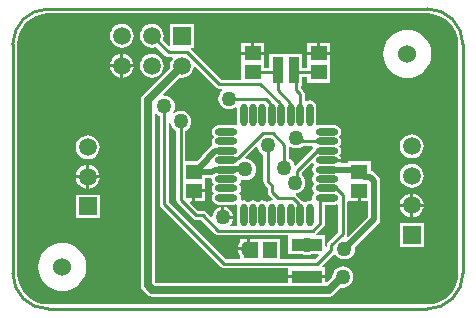
<source format=gtl>
G04*
G04 #@! TF.GenerationSoftware,Altium Limited,Altium Designer,20.0.11 (256)*
G04*
G04 Layer_Physical_Order=1*
G04 Layer_Color=255*
%FSLAX43Y43*%
%MOMM*%
G71*
G01*
G75*
%ADD13C,0.254*%
%ADD15R,1.450X1.300*%
%ADD16O,1.950X0.600*%
%ADD17O,0.600X1.950*%
%ADD18R,0.950X2.200*%
%ADD19R,2.600X1.100*%
%ADD20R,1.300X1.450*%
%ADD32C,0.635*%
%ADD33C,0.508*%
%ADD34C,0.381*%
%ADD35C,1.524*%
%ADD36C,1.500*%
%ADD37R,1.500X1.500*%
%ADD38R,1.500X1.500*%
%ADD39C,1.270*%
G36*
X35611Y24969D02*
X36102Y24820D01*
X36555Y24578D01*
X36952Y24252D01*
X37278Y23855D01*
X37520Y23402D01*
X37669Y22911D01*
X37716Y22425D01*
X37712Y22400D01*
Y3000D01*
X37721Y2954D01*
X37675Y2489D01*
X37526Y1998D01*
X37284Y1545D01*
X36958Y1148D01*
X36561Y822D01*
X36108Y580D01*
X35617Y431D01*
X35131Y384D01*
X35106Y388D01*
X3000D01*
X2954Y379D01*
X2489Y425D01*
X1998Y574D01*
X1545Y816D01*
X1148Y1142D01*
X822Y1539D01*
X580Y1992D01*
X431Y2483D01*
X384Y2969D01*
X388Y2994D01*
Y22400D01*
X384Y22425D01*
X431Y22911D01*
X580Y23402D01*
X822Y23855D01*
X1148Y24252D01*
X1545Y24578D01*
X1998Y24820D01*
X2489Y24969D01*
X2975Y25016D01*
X3000Y25012D01*
X35100D01*
X35125Y25016D01*
X35611Y24969D01*
D02*
G37*
%LPC*%
G36*
X9233Y24127D02*
X8971Y24092D01*
X8727Y23991D01*
X8517Y23830D01*
X8356Y23620D01*
X8255Y23376D01*
X8220Y23114D01*
X8255Y22852D01*
X8356Y22608D01*
X8517Y22398D01*
X8727Y22237D01*
X8971Y22136D01*
X9233Y22101D01*
X9495Y22136D01*
X9739Y22237D01*
X9949Y22398D01*
X10110Y22608D01*
X10211Y22852D01*
X10246Y23114D01*
X10211Y23376D01*
X10110Y23620D01*
X9949Y23830D01*
X9739Y23991D01*
X9495Y24092D01*
X9233Y24127D01*
D02*
G37*
G36*
X26887Y22532D02*
X26035D01*
Y21755D01*
X26887D01*
Y22532D01*
D02*
G37*
G36*
X25781D02*
X24929D01*
Y21755D01*
X25781D01*
Y22532D01*
D02*
G37*
G36*
X21299D02*
X20447D01*
Y21755D01*
X21299D01*
Y22532D01*
D02*
G37*
G36*
X20193D02*
X19341D01*
Y21755D01*
X20193D01*
Y22532D01*
D02*
G37*
G36*
X9360Y21570D02*
Y20701D01*
X10229D01*
X10211Y20836D01*
X10110Y21080D01*
X9949Y21290D01*
X9739Y21451D01*
X9495Y21552D01*
X9360Y21570D01*
D02*
G37*
G36*
X9106D02*
X8971Y21552D01*
X8727Y21451D01*
X8517Y21290D01*
X8356Y21080D01*
X8255Y20836D01*
X8237Y20701D01*
X9106D01*
Y21570D01*
D02*
G37*
G36*
X10229Y20447D02*
X9360D01*
Y19578D01*
X9495Y19596D01*
X9739Y19697D01*
X9949Y19858D01*
X10110Y20068D01*
X10211Y20312D01*
X10229Y20447D01*
D02*
G37*
G36*
X9106D02*
X8237D01*
X8255Y20312D01*
X8356Y20068D01*
X8517Y19858D01*
X8727Y19697D01*
X8971Y19596D01*
X9106Y19578D01*
Y20447D01*
D02*
G37*
G36*
X11773Y21587D02*
X11511Y21552D01*
X11267Y21451D01*
X11057Y21290D01*
X10896Y21080D01*
X10795Y20836D01*
X10760Y20574D01*
X10795Y20312D01*
X10896Y20068D01*
X11057Y19858D01*
X11267Y19697D01*
X11511Y19596D01*
X11773Y19561D01*
X12035Y19596D01*
X12279Y19697D01*
X12489Y19858D01*
X12650Y20068D01*
X12751Y20312D01*
X12786Y20574D01*
X12751Y20836D01*
X12650Y21080D01*
X12489Y21290D01*
X12279Y21451D01*
X12035Y21552D01*
X11773Y21587D01*
D02*
G37*
G36*
X33401Y23632D02*
X33003Y23593D01*
X32620Y23476D01*
X32267Y23288D01*
X31957Y23034D01*
X31703Y22724D01*
X31515Y22371D01*
X31398Y21988D01*
X31359Y21590D01*
X31398Y21192D01*
X31515Y20809D01*
X31703Y20456D01*
X31957Y20146D01*
X32267Y19892D01*
X32620Y19704D01*
X33003Y19587D01*
X33401Y19548D01*
X33799Y19587D01*
X34182Y19704D01*
X34535Y19892D01*
X34845Y20146D01*
X35099Y20456D01*
X35287Y20809D01*
X35404Y21192D01*
X35443Y21590D01*
X35404Y21988D01*
X35287Y22371D01*
X35099Y22724D01*
X34845Y23034D01*
X34535Y23288D01*
X34182Y23476D01*
X33799Y23593D01*
X33401Y23632D01*
D02*
G37*
G36*
X11773Y24127D02*
X11511Y24092D01*
X11267Y23991D01*
X11057Y23830D01*
X10896Y23620D01*
X10795Y23376D01*
X10760Y23114D01*
X10795Y22852D01*
X10896Y22608D01*
X11057Y22398D01*
X11267Y22237D01*
X11511Y22136D01*
X11773Y22101D01*
X12035Y22136D01*
X12153Y22185D01*
X12907Y21430D01*
X13033Y21346D01*
X13182Y21317D01*
X13457D01*
X13520Y21190D01*
X13436Y21080D01*
X13335Y20836D01*
X13300Y20574D01*
X13322Y20407D01*
X11018Y18103D01*
X10892Y17914D01*
X10847Y17691D01*
Y1988D01*
X10892Y1765D01*
X11018Y1576D01*
X11390Y1204D01*
X11579Y1078D01*
X11802Y1034D01*
X26780D01*
X27003Y1078D01*
X27192Y1204D01*
X27809Y1821D01*
X27942Y1803D01*
X28174Y1834D01*
X28390Y1923D01*
X28576Y2066D01*
X28719Y2252D01*
X28808Y2468D01*
X28839Y2700D01*
X28808Y2932D01*
X28719Y3148D01*
X28576Y3334D01*
X28390Y3477D01*
X28174Y3566D01*
X27942Y3597D01*
X27710Y3566D01*
X27494Y3477D01*
X27308Y3334D01*
X27165Y3148D01*
X27076Y2932D01*
X27046Y2706D01*
X26573Y2233D01*
X26446Y2281D01*
Y2587D01*
X24892D01*
X23338D01*
Y2199D01*
X12043D01*
X12013Y2230D01*
Y16537D01*
X12140Y16580D01*
X12193Y16511D01*
X12379Y16368D01*
X12439Y16344D01*
Y8890D01*
X12468Y8741D01*
X12552Y8615D01*
X17632Y3535D01*
X17758Y3451D01*
X17907Y3422D01*
X23338D01*
Y2841D01*
X24892D01*
X26446D01*
Y3518D01*
X26218D01*
X26165Y3645D01*
X27153Y4632D01*
X27216Y4632D01*
X27308Y4608D01*
X27433Y4446D01*
X27619Y4303D01*
X27835Y4214D01*
X28067Y4183D01*
X28299Y4214D01*
X28515Y4303D01*
X28701Y4446D01*
X28844Y4632D01*
X28933Y4848D01*
X28964Y5080D01*
X28945Y5225D01*
X30936Y7217D01*
X31049Y7385D01*
X31088Y7583D01*
Y10855D01*
X31049Y11054D01*
X30936Y11222D01*
X30936Y11222D01*
X30593Y11565D01*
X30425Y11678D01*
X30316Y11699D01*
Y12499D01*
X28358D01*
Y12310D01*
X27877D01*
X27792Y12437D01*
X27797Y12465D01*
X26583D01*
Y12719D01*
X27797D01*
X27780Y12808D01*
X27657Y12991D01*
Y12993D01*
X27780Y13176D01*
X27823Y13392D01*
X27780Y13608D01*
X27657Y13791D01*
Y13793D01*
X27780Y13976D01*
X27823Y14192D01*
X27780Y14408D01*
X27657Y14591D01*
Y14593D01*
X27780Y14776D01*
X27823Y14992D01*
X27780Y15208D01*
X27657Y15391D01*
X27474Y15514D01*
X27258Y15557D01*
X25908D01*
X25780Y15531D01*
X25672Y15639D01*
X25698Y15767D01*
Y17117D01*
X25655Y17333D01*
X25532Y17516D01*
X25349Y17639D01*
X25133Y17682D01*
X24917Y17639D01*
X24848Y17593D01*
X24721Y17661D01*
Y18179D01*
X24692Y18328D01*
X24607Y18454D01*
X24398Y18663D01*
Y18839D01*
X24518D01*
Y19640D01*
X24929D01*
Y19124D01*
X26887D01*
Y20724D01*
Y21501D01*
X24929D01*
Y20724D01*
Y20416D01*
X24518D01*
Y21547D01*
X21710D01*
Y20416D01*
X21299D01*
Y20724D01*
Y21501D01*
X19341D01*
Y20724D01*
Y19409D01*
X17626D01*
X15056Y21980D01*
X15051Y21983D01*
X15090Y22110D01*
X15317D01*
Y24118D01*
X13309D01*
Y22293D01*
X13192Y22245D01*
X12702Y22734D01*
X12751Y22852D01*
X12786Y23114D01*
X12751Y23376D01*
X12650Y23620D01*
X12489Y23830D01*
X12279Y23991D01*
X12035Y24092D01*
X11773Y24127D01*
D02*
G37*
G36*
X33782Y14776D02*
X33520Y14741D01*
X33276Y14640D01*
X33066Y14479D01*
X32905Y14269D01*
X32804Y14025D01*
X32769Y13763D01*
X32804Y13501D01*
X32905Y13257D01*
X33066Y13047D01*
X33276Y12886D01*
X33520Y12785D01*
X33782Y12750D01*
X34044Y12785D01*
X34288Y12886D01*
X34498Y13047D01*
X34659Y13257D01*
X34760Y13501D01*
X34795Y13763D01*
X34760Y14025D01*
X34659Y14269D01*
X34498Y14479D01*
X34288Y14640D01*
X34044Y14741D01*
X33782Y14776D01*
D02*
G37*
G36*
X6350Y14689D02*
X6088Y14654D01*
X5844Y14553D01*
X5634Y14392D01*
X5473Y14182D01*
X5372Y13938D01*
X5337Y13676D01*
X5372Y13414D01*
X5473Y13170D01*
X5634Y12960D01*
X5844Y12799D01*
X6088Y12698D01*
X6350Y12663D01*
X6612Y12698D01*
X6856Y12799D01*
X7066Y12960D01*
X7227Y13170D01*
X7328Y13414D01*
X7363Y13676D01*
X7328Y13938D01*
X7227Y14182D01*
X7066Y14392D01*
X6856Y14553D01*
X6612Y14654D01*
X6350Y14689D01*
D02*
G37*
G36*
X6477Y12172D02*
Y11303D01*
X7346D01*
X7328Y11438D01*
X7227Y11682D01*
X7066Y11892D01*
X6856Y12053D01*
X6612Y12154D01*
X6477Y12172D01*
D02*
G37*
G36*
X6223D02*
X6088Y12154D01*
X5844Y12053D01*
X5634Y11892D01*
X5473Y11682D01*
X5372Y11438D01*
X5354Y11303D01*
X6223D01*
Y12172D01*
D02*
G37*
G36*
X33782Y12276D02*
X33520Y12241D01*
X33276Y12140D01*
X33066Y11979D01*
X32905Y11769D01*
X32804Y11525D01*
X32769Y11263D01*
X32804Y11001D01*
X32905Y10757D01*
X33066Y10547D01*
X33276Y10386D01*
X33520Y10285D01*
X33782Y10250D01*
X34044Y10285D01*
X34288Y10386D01*
X34498Y10547D01*
X34659Y10757D01*
X34760Y11001D01*
X34795Y11263D01*
X34760Y11525D01*
X34659Y11769D01*
X34498Y11979D01*
X34288Y12140D01*
X34044Y12241D01*
X33782Y12276D01*
D02*
G37*
G36*
X7346Y11049D02*
X6477D01*
Y10180D01*
X6612Y10198D01*
X6856Y10299D01*
X7066Y10460D01*
X7227Y10670D01*
X7328Y10914D01*
X7346Y11049D01*
D02*
G37*
G36*
X6223D02*
X5354D01*
X5372Y10914D01*
X5473Y10670D01*
X5634Y10460D01*
X5844Y10299D01*
X6088Y10198D01*
X6223Y10180D01*
Y11049D01*
D02*
G37*
G36*
X33909Y9759D02*
Y8890D01*
X34778D01*
X34760Y9025D01*
X34659Y9269D01*
X34498Y9479D01*
X34288Y9640D01*
X34044Y9741D01*
X33909Y9759D01*
D02*
G37*
G36*
X33655D02*
X33520Y9741D01*
X33276Y9640D01*
X33066Y9479D01*
X32905Y9269D01*
X32804Y9025D01*
X32786Y8890D01*
X33655D01*
Y9759D01*
D02*
G37*
G36*
X34778Y8636D02*
X33909D01*
Y7767D01*
X34044Y7785D01*
X34288Y7886D01*
X34498Y8047D01*
X34659Y8257D01*
X34760Y8501D01*
X34778Y8636D01*
D02*
G37*
G36*
X33655D02*
X32786D01*
X32804Y8501D01*
X32905Y8257D01*
X33066Y8047D01*
X33276Y7886D01*
X33520Y7785D01*
X33655Y7767D01*
Y8636D01*
D02*
G37*
G36*
X7354Y9680D02*
X5346D01*
Y7672D01*
X7354D01*
Y9680D01*
D02*
G37*
G36*
X34786Y7267D02*
X32778D01*
Y5259D01*
X34786D01*
Y7267D01*
D02*
G37*
G36*
X4191Y5598D02*
X3793Y5559D01*
X3410Y5442D01*
X3057Y5254D01*
X2747Y5000D01*
X2493Y4690D01*
X2305Y4337D01*
X2188Y3954D01*
X2149Y3556D01*
X2188Y3158D01*
X2305Y2775D01*
X2493Y2422D01*
X2747Y2112D01*
X3057Y1858D01*
X3410Y1670D01*
X3793Y1553D01*
X4191Y1514D01*
X4589Y1553D01*
X4972Y1670D01*
X5325Y1858D01*
X5635Y2112D01*
X5889Y2422D01*
X6077Y2775D01*
X6194Y3158D01*
X6233Y3556D01*
X6194Y3954D01*
X6077Y4337D01*
X5889Y4690D01*
X5635Y5000D01*
X5325Y5254D01*
X4972Y5442D01*
X4589Y5559D01*
X4191Y5598D01*
D02*
G37*
%LPD*%
G36*
X17191Y18746D02*
X17317Y18662D01*
X17465Y18633D01*
X17730D01*
X17773Y18506D01*
X17654Y18414D01*
X17511Y18228D01*
X17422Y18012D01*
X17391Y17780D01*
X17422Y17548D01*
X17511Y17332D01*
X17654Y17146D01*
X17840Y17003D01*
X18056Y16914D01*
X18288Y16883D01*
X18520Y16914D01*
X18736Y17003D01*
X18841Y17084D01*
X18968Y17021D01*
Y15767D01*
X18993Y15639D01*
X18885Y15531D01*
X18758Y15557D01*
X17408D01*
X17192Y15514D01*
X17008Y15391D01*
X16886Y15208D01*
X16843Y14992D01*
X16886Y14776D01*
X17008Y14593D01*
Y14591D01*
X16886Y14408D01*
X16843Y14192D01*
X16884Y13984D01*
X16889Y13865D01*
X16885Y13855D01*
X16717Y13742D01*
X16152Y13177D01*
X16039Y13009D01*
X16028Y12952D01*
X15575Y12499D01*
X14612D01*
Y15074D01*
X14672Y15098D01*
X14858Y15241D01*
X15001Y15427D01*
X15090Y15643D01*
X15121Y15875D01*
X15090Y16107D01*
X15001Y16323D01*
X14858Y16509D01*
X14672Y16652D01*
X14456Y16741D01*
X14224Y16772D01*
X13992Y16741D01*
X13776Y16652D01*
X13662Y16564D01*
X13572Y16655D01*
X13604Y16697D01*
X13693Y16913D01*
X13724Y17145D01*
X13693Y17377D01*
X13604Y17593D01*
X13461Y17779D01*
X13275Y17922D01*
X13059Y18011D01*
X12827Y18042D01*
X12778Y18035D01*
X12719Y18155D01*
X14146Y19583D01*
X14313Y19561D01*
X14575Y19596D01*
X14819Y19697D01*
X15029Y19858D01*
X15190Y20068D01*
X15291Y20312D01*
X15309Y20448D01*
X15443Y20494D01*
X17191Y18746D01*
D02*
G37*
G36*
X25432Y13677D02*
X25386Y13608D01*
X25370Y13530D01*
X25361Y13524D01*
X23970Y12133D01*
X23846Y12188D01*
X23764Y12386D01*
X23621Y12572D01*
X23435Y12715D01*
X23375Y12739D01*
Y13695D01*
X23489Y13752D01*
X23555Y13701D01*
X23771Y13612D01*
X24003Y13581D01*
X24235Y13612D01*
X24451Y13701D01*
X24584Y13804D01*
X25364D01*
X25432Y13677D01*
D02*
G37*
G36*
X20713Y13693D02*
X20724Y13611D01*
X20813Y13395D01*
X20956Y13209D01*
X21142Y13066D01*
X21202Y13042D01*
Y10795D01*
X21231Y10646D01*
X21315Y10520D01*
X21583Y10253D01*
Y9906D01*
X21612Y9757D01*
X21696Y9631D01*
X22037Y9291D01*
X21974Y9174D01*
X21933Y9182D01*
X21717Y9139D01*
X21533Y9016D01*
X21532D01*
X21349Y9139D01*
X21133Y9182D01*
X20917Y9139D01*
X20838Y9086D01*
X20733Y9017D01*
X20627Y9086D01*
X20549Y9139D01*
X20333Y9182D01*
X20117Y9139D01*
X20038Y9086D01*
X19933Y9017D01*
X19827Y9086D01*
X19749Y9139D01*
X19533Y9182D01*
X19405Y9156D01*
X19297Y9264D01*
X19323Y9392D01*
X19280Y9608D01*
X19157Y9791D01*
Y9793D01*
X19280Y9976D01*
X19323Y10192D01*
X19280Y10408D01*
X19157Y10591D01*
Y10593D01*
X19280Y10776D01*
X19299Y10871D01*
X19443Y10949D01*
X19453Y10945D01*
X19685Y10914D01*
X19917Y10945D01*
X20133Y11034D01*
X20319Y11177D01*
X20462Y11363D01*
X20551Y11579D01*
X20582Y11811D01*
X20551Y12043D01*
X20462Y12259D01*
X20319Y12445D01*
X20133Y12588D01*
X19917Y12677D01*
X19740Y12700D01*
X19690Y12830D01*
X20593Y13733D01*
X20713Y13693D01*
D02*
G37*
G36*
X25428Y12313D02*
X25508Y12193D01*
Y12191D01*
X25386Y12008D01*
X25343Y11792D01*
X25386Y11576D01*
X25508Y11393D01*
Y11391D01*
X25386Y11208D01*
X25343Y10992D01*
X25386Y10776D01*
X25508Y10593D01*
Y10591D01*
X25386Y10408D01*
X25343Y10192D01*
X25386Y9976D01*
X25508Y9793D01*
Y9791D01*
X25386Y9608D01*
X25343Y9392D01*
X25368Y9264D01*
X25260Y9156D01*
X25133Y9182D01*
X24917Y9139D01*
X24838Y9086D01*
X24733Y9017D01*
X24627Y9086D01*
X24549Y9139D01*
X24471Y9154D01*
X24464Y9164D01*
X23972Y9656D01*
X23981Y9726D01*
X24010Y9789D01*
X24108Y9802D01*
X24324Y9891D01*
X24510Y10034D01*
X24653Y10220D01*
X24742Y10436D01*
X24773Y10668D01*
X24742Y10900D01*
X24653Y11116D01*
X24510Y11302D01*
X24459Y11341D01*
Y11523D01*
X25274Y12338D01*
X25428Y12313D01*
D02*
G37*
G36*
X16843Y10992D02*
X16886Y10776D01*
X17008Y10593D01*
Y10591D01*
X16886Y10408D01*
X16843Y10192D01*
X16886Y9976D01*
X17008Y9793D01*
Y9791D01*
X16886Y9608D01*
X16843Y9392D01*
X16886Y9176D01*
X17008Y8993D01*
X17192Y8870D01*
X17408Y8827D01*
X18758D01*
X18885Y8853D01*
X18993Y8745D01*
X18968Y8617D01*
Y7267D01*
X18996Y7125D01*
X18905Y6998D01*
X18453D01*
X18446Y7018D01*
X18424Y7125D01*
X18557Y7299D01*
X18646Y7515D01*
X18660Y7620D01*
X17780D01*
Y7747D01*
X17653D01*
Y8627D01*
X17548Y8613D01*
X17332Y8524D01*
X17146Y8381D01*
X17003Y8195D01*
X16914Y7979D01*
X16895Y7837D01*
X16761Y7791D01*
X16374Y8178D01*
X16248Y8262D01*
X16099Y8292D01*
X15701D01*
X15019Y8974D01*
X15068Y9091D01*
X15201D01*
Y9995D01*
X15328D01*
Y10122D01*
X16307D01*
Y10691D01*
Y11077D01*
X16773D01*
X16843Y10992D01*
D02*
G37*
G36*
X29464Y9091D02*
X30052D01*
Y7798D01*
X28338Y6083D01*
X28239Y6164D01*
X28274Y6216D01*
X28303Y6365D01*
Y8987D01*
X28358Y9091D01*
X29210D01*
Y9995D01*
X29464D01*
Y9091D01*
D02*
G37*
G36*
X27526Y8764D02*
Y6525D01*
X26700Y5699D01*
X26616Y5573D01*
X26586Y5425D01*
Y5270D01*
X26573Y5261D01*
X26446Y5329D01*
Y6218D01*
X25733D01*
X25694Y6304D01*
X25689Y6345D01*
X26309Y6965D01*
X26394Y7091D01*
X26423Y7240D01*
Y8827D01*
X27258D01*
X27399Y8855D01*
X27526Y8764D01*
D02*
G37*
G36*
X13358Y15643D02*
X13447Y15427D01*
X13590Y15241D01*
X13776Y15098D01*
X13836Y15074D01*
Y9220D01*
X13865Y9071D01*
X13949Y8945D01*
X15265Y7629D01*
X15391Y7545D01*
X15540Y7515D01*
X15939D01*
X17118Y6335D01*
X17244Y6251D01*
X17393Y6222D01*
X23212D01*
X23338Y6218D01*
Y4610D01*
X24510D01*
X24660Y4548D01*
X24892Y4517D01*
X25124Y4548D01*
X25274Y4610D01*
X25866D01*
X25914Y4493D01*
X25620Y4198D01*
X22659D01*
Y5932D01*
X20205D01*
X20171Y5946D01*
X20066Y5960D01*
Y5080D01*
X19939D01*
Y4953D01*
X19059D01*
X19073Y4848D01*
X19162Y4632D01*
X19251Y4516D01*
Y4198D01*
X18068D01*
X13215Y9051D01*
Y15752D01*
X13342Y15760D01*
X13358Y15643D01*
D02*
G37*
%LPC*%
G36*
X16307Y9868D02*
X15455D01*
Y9091D01*
X16307D01*
Y9868D01*
D02*
G37*
G36*
X17907Y8627D02*
Y7874D01*
X18660D01*
X18646Y7979D01*
X18557Y8195D01*
X18414Y8381D01*
X18228Y8524D01*
X18012Y8613D01*
X17907Y8627D01*
D02*
G37*
G36*
X19812Y5960D02*
X19707Y5946D01*
X19673Y5932D01*
X19251D01*
Y5644D01*
X19162Y5528D01*
X19073Y5312D01*
X19059Y5207D01*
X19812D01*
Y5960D01*
D02*
G37*
%LPD*%
D13*
X35106Y0D02*
G03*
X38106Y3000I0J3000D01*
G01*
X0Y2994D02*
G03*
X3000Y-6I3000J0D01*
G01*
X38100Y22400D02*
G03*
X35100Y25400I-3000J0D01*
G01*
X3000D02*
G03*
X0Y22400I0J-3000D01*
G01*
X22987Y11938D02*
Y13883D01*
X18994Y12735D02*
X19045D01*
X21169Y14859D01*
X18851Y12592D02*
X18994Y12735D01*
X21169Y14859D02*
X22011D01*
X18083Y12592D02*
X18851D01*
X22011Y14859D02*
X22987Y13883D01*
X21590Y10795D02*
X21971Y10414D01*
Y9906D02*
Y10414D01*
X21590Y10795D02*
Y13843D01*
X21971Y9906D02*
X22479Y9398D01*
X23681D01*
X24190Y8889D01*
X12827Y8890D02*
Y17145D01*
Y8890D02*
X17907Y3810D01*
X25781D01*
X26975Y5004D01*
Y5425D01*
X27530Y10049D02*
X27915Y9664D01*
X26583Y10192D02*
X27351D01*
X27494Y10049D01*
X27530D01*
X27915Y6365D02*
Y9664D01*
X26975Y5425D02*
X27915Y6365D01*
X14224Y9220D02*
Y15875D01*
X16099Y7904D02*
X17393Y6610D01*
X15540Y7904D02*
X16099D01*
X14224Y9220D02*
X15540Y7904D01*
X25405Y6610D02*
X26035Y7240D01*
Y9232D01*
X17393Y6610D02*
X25405D01*
X26195Y9392D02*
X26583D01*
X26035Y9232D02*
X26195Y9392D01*
X24564Y14192D02*
X26583D01*
X24278Y14478D02*
X24564Y14192D01*
X24003Y14478D02*
X24278D01*
X23876Y10668D02*
X24070Y10862D01*
X25636Y13249D02*
X25671D01*
X24070Y11684D02*
X25636Y13249D01*
X24070Y10862D02*
Y11684D01*
X25814Y13392D02*
X26583D01*
X25671Y13249D02*
X25814Y13392D01*
X21933Y16442D02*
Y17211D01*
X21790Y17354D02*
X21933Y17211D01*
X21790Y17354D02*
Y17389D01*
X21399Y17780D02*
X21790Y17389D01*
X18288Y17780D02*
X21399D01*
X20958Y19021D02*
X22590Y17389D01*
X17465Y19021D02*
X20958D01*
X22590Y17354D02*
Y17389D01*
X14781Y21705D02*
X17465Y19021D01*
X22590Y17354D02*
X22733Y17211D01*
X13182Y21705D02*
X14781D01*
X22733Y16442D02*
Y17211D01*
X11773Y23114D02*
X13182Y21705D01*
X24190Y8854D02*
X24333Y8711D01*
X24190Y8854D02*
Y8889D01*
X24333Y7942D02*
Y8711D01*
X24010Y18502D02*
Y19972D01*
Y18502D02*
X24333Y18179D01*
Y16442D02*
Y18179D01*
X22439Y18521D02*
Y20193D01*
Y18521D02*
X23491Y17470D01*
Y16484D02*
Y17470D01*
X23954Y20028D02*
X25908D01*
X20320D02*
X22274D01*
X38100Y3000D02*
Y22400D01*
X0Y2994D02*
Y22400D01*
X3000Y0D02*
X35106D01*
X3000Y25400D02*
X35100D01*
D15*
X25908Y21628D02*
D03*
Y20028D02*
D03*
X29337Y9995D02*
D03*
Y11595D02*
D03*
X15328Y11595D02*
D03*
Y9995D02*
D03*
X20320Y20028D02*
D03*
Y21628D02*
D03*
D16*
X26583Y9392D02*
D03*
Y10192D02*
D03*
Y10992D02*
D03*
Y11792D02*
D03*
Y12592D02*
D03*
Y13392D02*
D03*
Y14192D02*
D03*
Y14992D02*
D03*
X18083D02*
D03*
Y14192D02*
D03*
Y13392D02*
D03*
Y12592D02*
D03*
Y11792D02*
D03*
Y10992D02*
D03*
Y10192D02*
D03*
Y9392D02*
D03*
D17*
X25133Y16442D02*
D03*
X24333D02*
D03*
X23533D02*
D03*
X22733D02*
D03*
X21933D02*
D03*
X21133D02*
D03*
X20333D02*
D03*
X19533D02*
D03*
Y7942D02*
D03*
X20333D02*
D03*
X21133D02*
D03*
X21933D02*
D03*
X22733D02*
D03*
X23533D02*
D03*
X24333D02*
D03*
X25133D02*
D03*
D18*
X23789Y20193D02*
D03*
X22439D02*
D03*
D19*
X24892Y5414D02*
D03*
Y2714D02*
D03*
D20*
X21755Y4953D02*
D03*
X20155D02*
D03*
D32*
X11802Y1617D02*
X26780D01*
X11430Y17691D02*
X14313Y20574D01*
X11430Y1988D02*
X11802Y1617D01*
X11430Y1988D02*
Y17691D01*
X27864Y2700D02*
X27942D01*
X26780Y1617D02*
X27864Y2700D01*
D33*
X15403Y11595D02*
X16902D01*
X15328D02*
X15403D01*
X16518Y12709D01*
Y12811D01*
X17083Y13376D01*
X18067D01*
X18083Y13392D01*
X18067Y11776D02*
X18083Y11792D01*
X17083Y11776D02*
X18067D01*
X16902Y11595D02*
X17083Y11776D01*
X18083Y11792D02*
X18092Y11802D01*
X19676D01*
X19685Y11811D01*
X23954Y20028D02*
X24010Y19972D01*
X23789Y20193D02*
X23954Y20028D01*
X26583Y11792D02*
X29140D01*
X29337Y11595D01*
X28067Y5080D02*
X30570Y7583D01*
Y10855D01*
X30226Y11199D02*
X30570Y10855D01*
X29733Y11199D02*
X30226D01*
X29337Y11595D02*
X29733Y11199D01*
D34*
X23491Y16484D02*
X23533Y16442D01*
X22274Y20028D02*
X22439Y20193D01*
X21755Y4953D02*
Y4955D01*
D35*
X33401Y21590D02*
D03*
X4191Y3556D02*
D03*
D36*
X9233Y20574D02*
D03*
Y23114D02*
D03*
X11773Y20574D02*
D03*
Y23114D02*
D03*
X14313Y20574D02*
D03*
X6350Y13676D02*
D03*
Y11176D02*
D03*
X33782Y8763D02*
D03*
Y11263D02*
D03*
Y13763D02*
D03*
D37*
X14313Y23114D02*
D03*
D38*
X6350Y8676D02*
D03*
X33782Y6263D02*
D03*
D39*
X29337Y9995D02*
D03*
X19939Y5080D02*
D03*
X17780Y7747D02*
D03*
X21590Y13843D02*
D03*
X22987Y11938D02*
D03*
X12827Y17145D02*
D03*
X14224Y15875D02*
D03*
X24003Y14478D02*
D03*
X23876Y10668D02*
D03*
X18288Y17780D02*
D03*
X19685Y11811D02*
D03*
X27942Y2700D02*
D03*
X28067Y5080D02*
D03*
X24892Y5414D02*
D03*
X21755Y4953D02*
D03*
M02*

</source>
